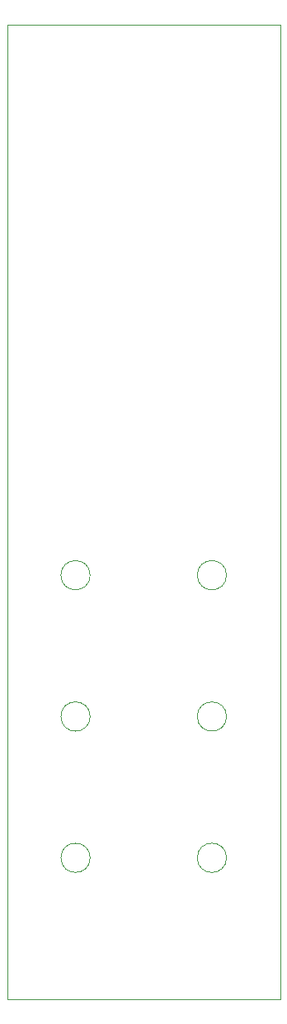
<source format=gm1>
%TF.GenerationSoftware,KiCad,Pcbnew,(6.0.1)*%
%TF.CreationDate,2022-11-01T09:03:49-04:00*%
%TF.ProjectId,ER-PROTO-02-CTLS,45522d50-524f-4544-9f2d-30322d43544c,1*%
%TF.SameCoordinates,Original*%
%TF.FileFunction,Profile,NP*%
%FSLAX46Y46*%
G04 Gerber Fmt 4.6, Leading zero omitted, Abs format (unit mm)*
G04 Created by KiCad (PCBNEW (6.0.1)) date 2022-11-01 09:03:49*
%MOMM*%
%LPD*%
G01*
G04 APERTURE LIST*
%TA.AperFunction,Profile*%
%ADD10C,0.100000*%
%TD*%
G04 APERTURE END LIST*
D10*
X107000000Y-95500000D02*
G75*
G03*
X107000000Y-95500000I-1500000J0D01*
G01*
X98500000Y-10000000D02*
X126500000Y-10000000D01*
X126500000Y-10000000D02*
X126500000Y-110000000D01*
X126500000Y-110000000D02*
X98500000Y-110000000D01*
X98500000Y-110000000D02*
X98500000Y-10000000D01*
X121000000Y-66500000D02*
G75*
G03*
X121000000Y-66500000I-1500000J0D01*
G01*
X121000000Y-81000000D02*
G75*
G03*
X121000000Y-81000000I-1500000J0D01*
G01*
X107000000Y-66500000D02*
G75*
G03*
X107000000Y-66500000I-1500000J0D01*
G01*
X121000000Y-95500000D02*
G75*
G03*
X121000000Y-95500000I-1500000J0D01*
G01*
X107000000Y-81000000D02*
G75*
G03*
X107000000Y-81000000I-1500000J0D01*
G01*
M02*

</source>
